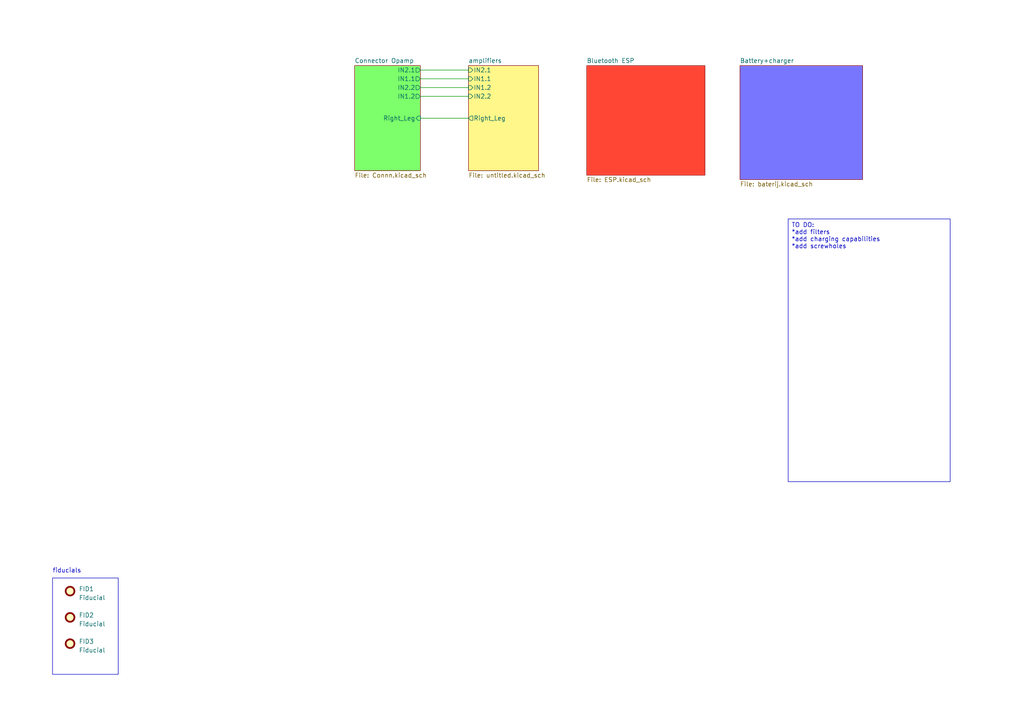
<source format=kicad_sch>
(kicad_sch (version 20230121) (generator eeschema)

  (uuid 67748ae8-7ff0-411f-94ce-ac7b136b3c1f)

  (paper "A4")

  (lib_symbols
    (symbol "Mechanical:Fiducial" (in_bom yes) (on_board yes)
      (property "Reference" "FID" (at 0 5.08 0)
        (effects (font (size 1.27 1.27)))
      )
      (property "Value" "Fiducial" (at 0 3.175 0)
        (effects (font (size 1.27 1.27)))
      )
      (property "Footprint" "" (at 0 0 0)
        (effects (font (size 1.27 1.27)) hide)
      )
      (property "Datasheet" "~" (at 0 0 0)
        (effects (font (size 1.27 1.27)) hide)
      )
      (property "ki_keywords" "fiducial marker" (at 0 0 0)
        (effects (font (size 1.27 1.27)) hide)
      )
      (property "ki_description" "Fiducial Marker" (at 0 0 0)
        (effects (font (size 1.27 1.27)) hide)
      )
      (property "ki_fp_filters" "Fiducial*" (at 0 0 0)
        (effects (font (size 1.27 1.27)) hide)
      )
      (symbol "Fiducial_0_1"
        (circle (center 0 0) (radius 1.27)
          (stroke (width 0.508) (type default))
          (fill (type background))
        )
      )
    )
  )


  (wire (pts (xy 121.92 34.29) (xy 135.89 34.29))
    (stroke (width 0) (type default))
    (uuid 76b025d9-ccbf-4bea-a83f-46d5f82197ca)
  )
  (wire (pts (xy 121.92 20.32) (xy 135.89 20.32))
    (stroke (width 0) (type default))
    (uuid cf073511-6024-40a6-a475-8bc2d9b648da)
  )
  (wire (pts (xy 121.92 25.4) (xy 135.89 25.4))
    (stroke (width 0) (type default))
    (uuid d26ff17d-34e5-48b8-942d-3b56cbe357e6)
  )
  (wire (pts (xy 121.92 22.86) (xy 135.89 22.86))
    (stroke (width 0) (type default))
    (uuid e2805d0b-f423-4b12-a5ca-aa877283829c)
  )
  (wire (pts (xy 121.92 27.94) (xy 135.89 27.94))
    (stroke (width 0) (type default))
    (uuid ee478b4b-2765-4eee-8b91-a1ca96607cb6)
  )

  (rectangle (start 15.24 167.64) (end 34.29 195.58)
    (stroke (width 0) (type default))
    (fill (type none))
    (uuid e72cb29c-bb68-451d-8330-8cf2d54a845e)
  )

  (text_box "TO DO:\n*add filters\n*add charging capabilities\n*add screwholes"
    (at 228.6 63.5 0) (size 46.99 76.2)
    (stroke (width 0) (type default))
    (fill (type none))
    (effects (font (size 1.27 1.27)) (justify left top))
    (uuid b0313a74-a9e0-488f-8d3b-3a76b8cf2abd)
  )

  (text "fiducials" (at 15.24 166.37 0)
    (effects (font (size 1.27 1.27)) (justify left bottom))
    (uuid 312370d3-6ac4-43ea-acf8-4365d77e5d0c)
  )

  (symbol (lib_id "Mechanical:Fiducial") (at 20.32 179.07 0) (unit 1)
    (in_bom yes) (on_board yes) (dnp no) (fields_autoplaced)
    (uuid 09a4f987-b761-4463-8bfb-33c5ad958f49)
    (property "Reference" "FID2" (at 22.86 178.435 0)
      (effects (font (size 1.27 1.27)) (justify left))
    )
    (property "Value" "Fiducial" (at 22.86 180.975 0)
      (effects (font (size 1.27 1.27)) (justify left))
    )
    (property "Footprint" "Fiducial:Fiducial_0.5mm_Mask1.5mm" (at 20.32 179.07 0)
      (effects (font (size 1.27 1.27)) hide)
    )
    (property "Datasheet" "~" (at 20.32 179.07 0)
      (effects (font (size 1.27 1.27)) hide)
    )
    (instances
      (project "Quest_EMG"
        (path "/67748ae8-7ff0-411f-94ce-ac7b136b3c1f"
          (reference "FID2") (unit 1)
        )
      )
      (project "HARDIMPL"
        (path "/acefa769-b849-43b8-9ddb-a217494d9f73"
          (reference "FID2") (unit 1)
        )
      )
    )
  )

  (symbol (lib_id "Mechanical:Fiducial") (at 20.32 186.69 0) (unit 1)
    (in_bom yes) (on_board yes) (dnp no) (fields_autoplaced)
    (uuid 4a568daf-d49a-4dd0-8c61-0c26dfb264b9)
    (property "Reference" "FID3" (at 22.86 186.055 0)
      (effects (font (size 1.27 1.27)) (justify left))
    )
    (property "Value" "Fiducial" (at 22.86 188.595 0)
      (effects (font (size 1.27 1.27)) (justify left))
    )
    (property "Footprint" "Fiducial:Fiducial_0.5mm_Mask1.5mm" (at 20.32 186.69 0)
      (effects (font (size 1.27 1.27)) hide)
    )
    (property "Datasheet" "~" (at 20.32 186.69 0)
      (effects (font (size 1.27 1.27)) hide)
    )
    (instances
      (project "Quest_EMG"
        (path "/67748ae8-7ff0-411f-94ce-ac7b136b3c1f"
          (reference "FID3") (unit 1)
        )
      )
      (project "HARDIMPL"
        (path "/acefa769-b849-43b8-9ddb-a217494d9f73"
          (reference "FID3") (unit 1)
        )
      )
    )
  )

  (symbol (lib_id "Mechanical:Fiducial") (at 20.32 171.45 0) (unit 1)
    (in_bom yes) (on_board yes) (dnp no) (fields_autoplaced)
    (uuid d0ade5c5-f3e2-46ae-bf42-4b65862d5e2f)
    (property "Reference" "FID1" (at 22.86 170.815 0)
      (effects (font (size 1.27 1.27)) (justify left))
    )
    (property "Value" "Fiducial" (at 22.86 173.355 0)
      (effects (font (size 1.27 1.27)) (justify left))
    )
    (property "Footprint" "Fiducial:Fiducial_0.5mm_Mask1.5mm" (at 20.32 171.45 0)
      (effects (font (size 1.27 1.27)) hide)
    )
    (property "Datasheet" "~" (at 20.32 171.45 0)
      (effects (font (size 1.27 1.27)) hide)
    )
    (instances
      (project "Quest_EMG"
        (path "/67748ae8-7ff0-411f-94ce-ac7b136b3c1f"
          (reference "FID1") (unit 1)
        )
      )
      (project "HARDIMPL"
        (path "/acefa769-b849-43b8-9ddb-a217494d9f73"
          (reference "FID1") (unit 1)
        )
      )
    )
  )

  (sheet (at 214.63 19.05) (size 35.56 33.02) (fields_autoplaced)
    (stroke (width 0.1524) (type solid))
    (fill (color 120 117 255 1.0000))
    (uuid 0a899d02-9d44-4522-afff-43c5ed475e25)
    (property "Sheetname" "Battery+charger" (at 214.63 18.3384 0)
      (effects (font (size 1.27 1.27)) (justify left bottom))
    )
    (property "Sheetfile" "baterij.kicad_sch" (at 214.63 52.6546 0)
      (effects (font (size 1.27 1.27)) (justify left top))
    )
    (instances
      (project "Quest_EMG"
        (path "/67748ae8-7ff0-411f-94ce-ac7b136b3c1f" (page "4"))
      )
    )
  )

  (sheet (at 102.87 19.05) (size 19.05 30.48) (fields_autoplaced)
    (stroke (width 0.1524) (type solid))
    (fill (color 124 255 106 1.0000))
    (uuid 6947d6ee-0165-4275-a171-9fa471f90048)
    (property "Sheetname" "Connector Opamp" (at 102.87 18.3384 0)
      (effects (font (size 1.27 1.27)) (justify left bottom))
    )
    (property "Sheetfile" "Connn.kicad_sch" (at 102.87 50.1146 0)
      (effects (font (size 1.27 1.27)) (justify left top))
    )
    (pin "IN2.1" output (at 121.92 20.32 0)
      (effects (font (size 1.27 1.27)) (justify right))
      (uuid 68a75c17-72f8-4626-9c4e-0c7313fa6064)
    )
    (pin "Right_Leg" input (at 121.92 34.29 0)
      (effects (font (size 1.27 1.27)) (justify right))
      (uuid 24e261ee-8ebe-4f5e-9070-c5f342d94fea)
    )
    (pin "IN1.1" output (at 121.92 22.86 0)
      (effects (font (size 1.27 1.27)) (justify right))
      (uuid 2f8422fa-bb5a-4437-b40d-f4dd99e8aa0b)
    )
    (pin "IN2.2" output (at 121.92 25.4 0)
      (effects (font (size 1.27 1.27)) (justify right))
      (uuid eceee1e9-6fdf-4804-97d1-bb82e6374c1e)
    )
    (pin "IN1.2" output (at 121.92 27.94 0)
      (effects (font (size 1.27 1.27)) (justify right))
      (uuid def66f6b-a5db-4fda-b558-56a05bc5fbcc)
    )
    (instances
      (project "Quest_EMG"
        (path "/67748ae8-7ff0-411f-94ce-ac7b136b3c1f" (page "5"))
      )
    )
  )

  (sheet (at 135.89 19.05) (size 20.32 30.48) (fields_autoplaced)
    (stroke (width 0.1524) (type solid))
    (fill (color 255 247 137 1.0000))
    (uuid 8e7c5476-16bd-404a-9f48-60ae4ce6d75c)
    (property "Sheetname" "amplifiers" (at 135.89 18.3384 0)
      (effects (font (size 1.27 1.27)) (justify left bottom))
    )
    (property "Sheetfile" "untitled.kicad_sch" (at 135.89 50.1146 0)
      (effects (font (size 1.27 1.27)) (justify left top))
    )
    (pin "IN2.2" input (at 135.89 27.94 180)
      (effects (font (size 1.27 1.27)) (justify left))
      (uuid 5f147d87-683a-458f-a20b-4d6b20735a6f)
    )
    (pin "IN1.1" input (at 135.89 22.86 180)
      (effects (font (size 1.27 1.27)) (justify left))
      (uuid 174edb1d-4e19-4698-8043-fdb4181df05d)
    )
    (pin "IN2.1" input (at 135.89 20.32 180)
      (effects (font (size 1.27 1.27)) (justify left))
      (uuid f1951fe3-2a95-42c0-89ce-6f0b1de22ca9)
    )
    (pin "IN1.2" input (at 135.89 25.4 180)
      (effects (font (size 1.27 1.27)) (justify left))
      (uuid f4c04d62-7767-47c4-8947-df1bbf89adec)
    )
    (pin "Right_Leg" output (at 135.89 34.29 180)
      (effects (font (size 1.27 1.27)) (justify left))
      (uuid f31b4b3a-4f94-4afb-bd11-804e6914c3b4)
    )
    (instances
      (project "Quest_EMG"
        (path "/67748ae8-7ff0-411f-94ce-ac7b136b3c1f" (page "2"))
      )
    )
  )

  (sheet (at 170.18 19.05) (size 34.29 31.75) (fields_autoplaced)
    (stroke (width 0.1524) (type solid))
    (fill (color 255 70 53 1.0000))
    (uuid c17a4928-99d3-4251-9539-9840a9b2519d)
    (property "Sheetname" "Bluetooth ESP" (at 170.18 18.3384 0)
      (effects (font (size 1.27 1.27)) (justify left bottom))
    )
    (property "Sheetfile" "ESP.kicad_sch" (at 170.18 51.3846 0)
      (effects (font (size 1.27 1.27)) (justify left top))
    )
    (instances
      (project "Quest_EMG"
        (path "/67748ae8-7ff0-411f-94ce-ac7b136b3c1f" (page "3"))
      )
    )
  )

  (sheet_instances
    (path "/" (page "1"))
  )
)

</source>
